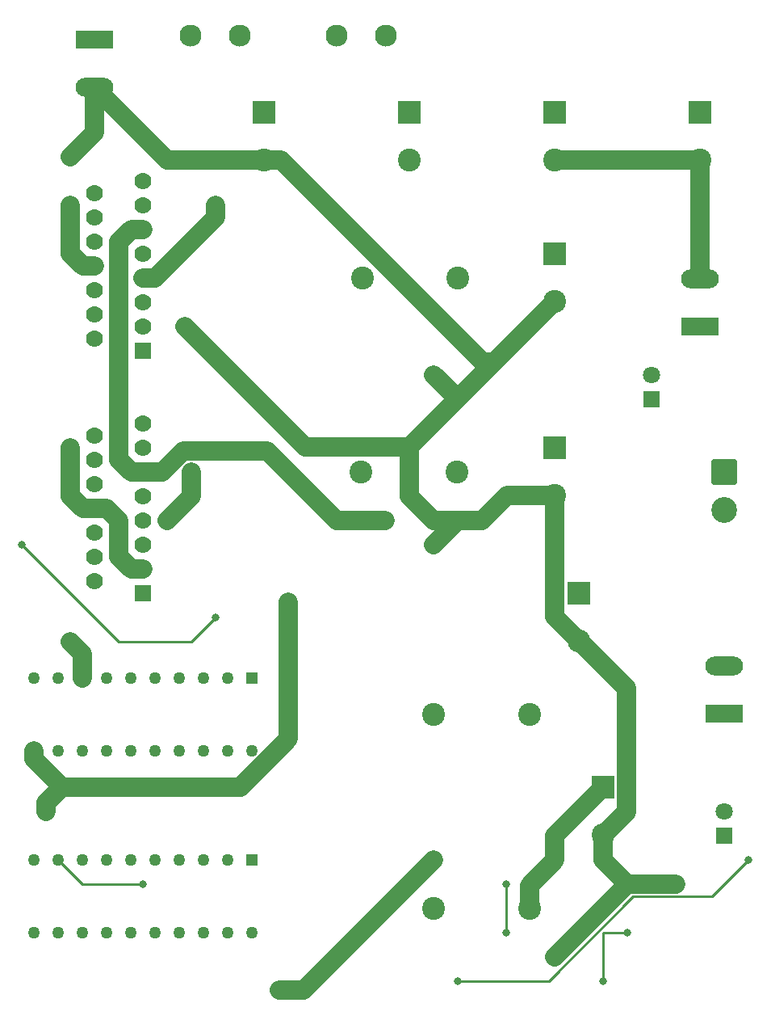
<source format=gbr>
%TF.GenerationSoftware,KiCad,Pcbnew,(6.0.1)*%
%TF.CreationDate,2022-02-19T17:03:56+01:00*%
%TF.ProjectId,PSU,5053552e-6b69-4636-9164-5f7063625858,rev?*%
%TF.SameCoordinates,Original*%
%TF.FileFunction,Copper,L2,Bot*%
%TF.FilePolarity,Positive*%
%FSLAX46Y46*%
G04 Gerber Fmt 4.6, Leading zero omitted, Abs format (unit mm)*
G04 Created by KiCad (PCBNEW (6.0.1)) date 2022-02-19 17:03:56*
%MOMM*%
%LPD*%
G01*
G04 APERTURE LIST*
G04 Aperture macros list*
%AMRoundRect*
0 Rectangle with rounded corners*
0 $1 Rounding radius*
0 $2 $3 $4 $5 $6 $7 $8 $9 X,Y pos of 4 corners*
0 Add a 4 corners polygon primitive as box body*
4,1,4,$2,$3,$4,$5,$6,$7,$8,$9,$2,$3,0*
0 Add four circle primitives for the rounded corners*
1,1,$1+$1,$2,$3*
1,1,$1+$1,$4,$5*
1,1,$1+$1,$6,$7*
1,1,$1+$1,$8,$9*
0 Add four rect primitives between the rounded corners*
20,1,$1+$1,$2,$3,$4,$5,0*
20,1,$1+$1,$4,$5,$6,$7,0*
20,1,$1+$1,$6,$7,$8,$9,0*
20,1,$1+$1,$8,$9,$2,$3,0*%
G04 Aperture macros list end*
%TA.AperFunction,ComponentPad*%
%ADD10C,1.800000*%
%TD*%
%TA.AperFunction,ComponentPad*%
%ADD11R,1.800000X1.800000*%
%TD*%
%TA.AperFunction,ComponentPad*%
%ADD12R,1.778000X1.778000*%
%TD*%
%TA.AperFunction,ComponentPad*%
%ADD13C,1.778000*%
%TD*%
%TA.AperFunction,ComponentPad*%
%ADD14C,2.400000*%
%TD*%
%TA.AperFunction,ComponentPad*%
%ADD15O,3.960000X1.980000*%
%TD*%
%TA.AperFunction,ComponentPad*%
%ADD16R,3.960000X1.980000*%
%TD*%
%TA.AperFunction,ComponentPad*%
%ADD17C,2.300000*%
%TD*%
%TA.AperFunction,ComponentPad*%
%ADD18C,2.700000*%
%TD*%
%TA.AperFunction,ComponentPad*%
%ADD19RoundRect,0.250001X-1.099999X1.099999X-1.099999X-1.099999X1.099999X-1.099999X1.099999X1.099999X0*%
%TD*%
%TA.AperFunction,ComponentPad*%
%ADD20R,1.270000X1.270000*%
%TD*%
%TA.AperFunction,ComponentPad*%
%ADD21C,1.270000*%
%TD*%
%TA.AperFunction,ComponentPad*%
%ADD22R,2.400000X2.400000*%
%TD*%
%TA.AperFunction,ViaPad*%
%ADD23C,0.800000*%
%TD*%
%TA.AperFunction,Conductor*%
%ADD24C,2.000000*%
%TD*%
%TA.AperFunction,Conductor*%
%ADD25C,0.250000*%
%TD*%
G04 APERTURE END LIST*
D10*
%TO.P,D2,2,A*%
%TO.N,+5V*%
X83820000Y-58420000D03*
D11*
%TO.P,D2,1,K*%
%TO.N,Net-(D2-Pad1)*%
X83820000Y-60960000D03*
%TD*%
%TO.P,D1,1,K*%
%TO.N,GND*%
X91440000Y-106680000D03*
D10*
%TO.P,D1,2,A*%
%TO.N,Net-(D1-Pad2)*%
X91440000Y-104140000D03*
%TD*%
D12*
%TO.P,U6,1,R_OSC*%
%TO.N,Net-(R10-Pad2)*%
X30480000Y-81280000D03*
D13*
%TO.P,U6,2,C_OSC*%
%TO.N,Net-(C19-Pad2)*%
X25400000Y-80010000D03*
%TO.P,U6,3,RST*%
%TO.N,GND*%
X30480000Y-78740000D03*
%TO.P,U6,4,RST_OUT*%
%TO.N,unconnected-(U6-Pad4)*%
X25400000Y-77470000D03*
%TO.P,U6,5,RST_DLY*%
%TO.N,unconnected-(U6-Pad5)*%
X30480000Y-76200000D03*
%TO.P,U6,6,BOOT*%
%TO.N,Net-(C20-Pad2)*%
X25400000Y-74930000D03*
%TO.P,U6,7,OUT*%
%TO.N,/5VOUTPREIND*%
X30480000Y-73660000D03*
%TO.P,U6,8,GND*%
%TO.N,GND*%
X25400000Y-72390000D03*
%TO.P,U6,9,VI*%
%TO.N,+24V*%
X30480000Y-71120000D03*
%TO.P,U6,10,FCOMP*%
%TO.N,Net-(C26-Pad1)*%
X25400000Y-69850000D03*
%TO.P,U6,11,FB*%
%TO.N,+5V*%
X30480000Y-68580000D03*
%TO.P,U6,12,SS*%
%TO.N,unconnected-(U6-Pad12)*%
X25400000Y-67310000D03*
%TO.P,U6,13,SYNC*%
%TO.N,Net-(CR2-Pad10)*%
X30480000Y-66040000D03*
%TO.P,U6,14,VREF*%
%TO.N,unconnected-(U6-Pad14)*%
X25400000Y-64770000D03*
%TO.P,U6,15,VSTART*%
%TO.N,unconnected-(U6-Pad15)*%
X30480000Y-63500000D03*
%TD*%
D12*
%TO.P,U3,1,R_OSC*%
%TO.N,Net-(R4-Pad2)*%
X30480000Y-55880000D03*
D13*
%TO.P,U3,2,C_OSC*%
%TO.N,Net-(C6-Pad2)*%
X25400000Y-54610000D03*
%TO.P,U3,3,RST*%
%TO.N,GND*%
X30480000Y-53340000D03*
%TO.P,U3,4,RST_OUT*%
%TO.N,unconnected-(U3-Pad4)*%
X25400000Y-52070000D03*
%TO.P,U3,5,RST_DLY*%
%TO.N,unconnected-(U3-Pad5)*%
X30480000Y-50800000D03*
%TO.P,U3,6,BOOT*%
%TO.N,Net-(C7-Pad2)*%
X25400000Y-49530000D03*
%TO.P,U3,7,OUT*%
%TO.N,/5VOUTPREIND*%
X30480000Y-48260000D03*
%TO.P,U3,8,GND*%
%TO.N,GND*%
X25400000Y-46990000D03*
%TO.P,U3,9,VI*%
%TO.N,+24V*%
X30480000Y-45720000D03*
%TO.P,U3,10,FCOMP*%
%TO.N,Net-(C13-Pad1)*%
X25400000Y-44450000D03*
%TO.P,U3,11,FB*%
%TO.N,+5V*%
X30480000Y-43180000D03*
%TO.P,U3,12,SS*%
%TO.N,unconnected-(U3-Pad12)*%
X25400000Y-41910000D03*
%TO.P,U3,13,SYNC*%
%TO.N,Net-(CR1-Pad10)*%
X30480000Y-40640000D03*
%TO.P,U3,14,VREF*%
%TO.N,unconnected-(U3-Pad14)*%
X25400000Y-39370000D03*
%TO.P,U3,15,VSTART*%
%TO.N,unconnected-(U3-Pad15)*%
X30480000Y-38100000D03*
%TD*%
D14*
%TO.P,L4,2,2*%
%TO.N,+5V*%
X63340000Y-68580000D03*
%TO.P,L4,1,1*%
%TO.N,/5VOUTPREIND*%
X53340000Y-68580000D03*
%TD*%
%TO.P,L3,1,1*%
%TO.N,+12V*%
X70960000Y-114300000D03*
%TO.P,L3,2,2*%
%TO.N,/12VOUTPREIND*%
X60960000Y-114300000D03*
%TD*%
%TO.P,L2,2,2*%
%TO.N,+5V*%
X63500000Y-48260000D03*
%TO.P,L2,1,1*%
%TO.N,/5VOUTPREIND*%
X53500000Y-48260000D03*
%TD*%
%TO.P,L1,2,2*%
%TO.N,/12VOUTPREIND*%
X60960000Y-93980000D03*
%TO.P,L1,1,1*%
%TO.N,+12V*%
X70960000Y-93980000D03*
%TD*%
D15*
%TO.P,J3,2,Pin_2*%
%TO.N,GND*%
X91440000Y-88900000D03*
D16*
%TO.P,J3,1,Pin_1*%
%TO.N,/12VOUTPOSTEMER*%
X91440000Y-93900000D03*
%TD*%
%TO.P,J5,1,Pin_1*%
%TO.N,+5V*%
X88900000Y-53340000D03*
D15*
%TO.P,J5,2,Pin_2*%
%TO.N,GND*%
X88900000Y-48340000D03*
%TD*%
D16*
%TO.P,J1,1,Pin_1*%
%TO.N,/VBAT*%
X25400000Y-23320000D03*
D15*
%TO.P,J1,2,Pin_2*%
%TO.N,GND*%
X25400000Y-28320000D03*
%TD*%
D17*
%TO.P,F1,1*%
%TO.N,/VBAT*%
X40640000Y-22860000D03*
X35440000Y-22860000D03*
%TO.P,F1,2*%
%TO.N,+24V*%
X55940000Y-22860000D03*
X50740000Y-22860000D03*
%TD*%
D18*
%TO.P,EMER_STOP1,2,Pin_2*%
%TO.N,/12VOUTPOSTEMER*%
X91440000Y-72540000D03*
D19*
%TO.P,EMER_STOP1,1,Pin_1*%
%TO.N,+12V*%
X91440000Y-68580000D03*
%TD*%
D20*
%TO.P,CR2,1,BOOTSTRAP*%
%TO.N,Net-(C18-Pad1)*%
X41910000Y-109220000D03*
D21*
%TO.P,CR2,2,RESETDELAY*%
%TO.N,unconnected-(CR2-Pad2)*%
X39370000Y-109220000D03*
%TO.P,CR2,3,RESETOUT*%
%TO.N,unconnected-(CR2-Pad3)*%
X36830000Y-109220000D03*
%TO.P,CR2,4,PFAILINPUT*%
%TO.N,unconnected-(CR2-Pad4)*%
X34290000Y-109220000D03*
%TO.P,CR2,5,GND*%
%TO.N,GND*%
X31750000Y-109220000D03*
%TO.P,CR2,6,GND*%
X29210000Y-109220000D03*
%TO.P,CR2,7,FREQCOMP*%
%TO.N,Net-(C15-Pad1)*%
X26670000Y-109220000D03*
%TO.P,CR2,8,SOFTSTART*%
%TO.N,GND*%
X24130000Y-109220000D03*
%TO.P,CR2,9,FEEDBACKIN*%
%TO.N,Net-(C14-Pad2)*%
X21590000Y-109220000D03*
%TO.P,CR2,10,SYNCINPUT*%
%TO.N,Net-(CR2-Pad10)*%
X19050000Y-109220000D03*
%TO.P,CR2,11,VI*%
%TO.N,+24V*%
X19050000Y-116840000D03*
%TO.P,CR2,12,NC*%
%TO.N,unconnected-(CR2-Pad12)*%
X21590000Y-116840000D03*
%TO.P,CR2,13,VREF*%
%TO.N,unconnected-(CR2-Pad13)*%
X24130000Y-116840000D03*
%TO.P,CR2,14,VSTART*%
%TO.N,unconnected-(CR2-Pad14)*%
X26670000Y-116840000D03*
%TO.P,CR2,15,GND*%
%TO.N,GND*%
X29210000Y-116840000D03*
%TO.P,CR2,16,GND*%
X31750000Y-116840000D03*
%TO.P,CR2,17,ROSC*%
%TO.N,Net-(CR2-Pad17)*%
X34290000Y-116840000D03*
%TO.P,CR2,18,COSC*%
%TO.N,Net-(C25-Pad1)*%
X36830000Y-116840000D03*
%TO.P,CR2,19,NC*%
%TO.N,unconnected-(CR2-Pad19)*%
X39370000Y-116840000D03*
%TO.P,CR2,20,OUTPUT*%
%TO.N,/12VOUTPREIND*%
X41910000Y-116840000D03*
%TD*%
D20*
%TO.P,CR1,1,BOOTSTRAP*%
%TO.N,Net-(C5-Pad1)*%
X41910000Y-90170000D03*
D21*
%TO.P,CR1,2,RESETDELAY*%
%TO.N,unconnected-(CR1-Pad2)*%
X39370000Y-90170000D03*
%TO.P,CR1,3,RESETOUT*%
%TO.N,unconnected-(CR1-Pad3)*%
X36830000Y-90170000D03*
%TO.P,CR1,4,PFAILINPUT*%
%TO.N,unconnected-(CR1-Pad4)*%
X34290000Y-90170000D03*
%TO.P,CR1,5,GND*%
%TO.N,GND*%
X31750000Y-90170000D03*
%TO.P,CR1,6,GND*%
X29210000Y-90170000D03*
%TO.P,CR1,7,FREQCOMP*%
%TO.N,Net-(C2-Pad1)*%
X26670000Y-90170000D03*
%TO.P,CR1,8,SOFTSTART*%
%TO.N,GND*%
X24130000Y-90170000D03*
%TO.P,CR1,9,FEEDBACKIN*%
%TO.N,Net-(C1-Pad2)*%
X21590000Y-90170000D03*
%TO.P,CR1,10,SYNCINPUT*%
%TO.N,Net-(CR1-Pad10)*%
X19050000Y-90170000D03*
%TO.P,CR1,11,VI*%
%TO.N,+24V*%
X19050000Y-97790000D03*
%TO.P,CR1,12,NC*%
%TO.N,unconnected-(CR1-Pad12)*%
X21590000Y-97790000D03*
%TO.P,CR1,13,VREF*%
%TO.N,unconnected-(CR1-Pad13)*%
X24130000Y-97790000D03*
%TO.P,CR1,14,VSTART*%
%TO.N,unconnected-(CR1-Pad14)*%
X26670000Y-97790000D03*
%TO.P,CR1,15,GND*%
%TO.N,GND*%
X29210000Y-97790000D03*
%TO.P,CR1,16,GND*%
X31750000Y-97790000D03*
%TO.P,CR1,17,ROSC*%
%TO.N,Net-(CR1-Pad17)*%
X34290000Y-97790000D03*
%TO.P,CR1,18,COSC*%
%TO.N,Net-(C12-Pad1)*%
X36830000Y-97790000D03*
%TO.P,CR1,19,NC*%
%TO.N,unconnected-(CR1-Pad19)*%
X39370000Y-97790000D03*
%TO.P,CR1,20,OUTPUT*%
%TO.N,/12VOUTPREIND*%
X41910000Y-97790000D03*
%TD*%
D22*
%TO.P,C23,1*%
%TO.N,+24V*%
X88900000Y-30940000D03*
D14*
%TO.P,C23,2*%
%TO.N,GND*%
X88900000Y-35940000D03*
%TD*%
D22*
%TO.P,C22,1*%
%TO.N,+24V*%
X73660000Y-30940000D03*
D14*
%TO.P,C22,2*%
%TO.N,GND*%
X73660000Y-35940000D03*
%TD*%
%TO.P,C21,2*%
%TO.N,GND*%
X73660000Y-71040000D03*
D22*
%TO.P,C21,1*%
%TO.N,+5V*%
X73660000Y-66040000D03*
%TD*%
%TO.P,C16,1*%
%TO.N,+12V*%
X78740000Y-101600000D03*
D14*
%TO.P,C16,2*%
%TO.N,GND*%
X78740000Y-106600000D03*
%TD*%
D22*
%TO.P,C10,1*%
%TO.N,+24V*%
X58420000Y-30940000D03*
D14*
%TO.P,C10,2*%
%TO.N,GND*%
X58420000Y-35940000D03*
%TD*%
D22*
%TO.P,C9,1*%
%TO.N,+24V*%
X43180000Y-30940000D03*
D14*
%TO.P,C9,2*%
%TO.N,GND*%
X43180000Y-35940000D03*
%TD*%
%TO.P,C8,2*%
%TO.N,GND*%
X73660000Y-50720000D03*
D22*
%TO.P,C8,1*%
%TO.N,+5V*%
X73660000Y-45720000D03*
%TD*%
%TO.P,C3,1*%
%TO.N,+12V*%
X76200000Y-81280000D03*
D14*
%TO.P,C3,2*%
%TO.N,GND*%
X76200000Y-86280000D03*
%TD*%
D23*
%TO.N,GND*%
X60960000Y-109220000D03*
X44770000Y-122870000D03*
X22860000Y-86360000D03*
X60960000Y-76200000D03*
%TO.N,Net-(C1-Pad2)*%
X68580000Y-116840000D03*
X68580000Y-111760000D03*
%TO.N,Net-(C15-Pad1)*%
X93980000Y-109220000D03*
%TO.N,Net-(C1-Pad2)*%
X78740000Y-121920000D03*
X81280000Y-116840000D03*
%TO.N,GND*%
X86360000Y-111760000D03*
X73660000Y-119380000D03*
%TO.N,Net-(C15-Pad1)*%
X63500000Y-121920000D03*
%TO.N,Net-(C14-Pad2)*%
X30480000Y-111760000D03*
%TO.N,+24V*%
X20320000Y-104140000D03*
X45720000Y-82260480D03*
%TO.N,GND*%
X22860000Y-66040000D03*
X22860000Y-40640000D03*
%TO.N,+5V*%
X55880000Y-73660000D03*
%TO.N,GND*%
X34869930Y-53340000D03*
X60960000Y-58420000D03*
%TO.N,/5VOUTPREIND*%
X35560000Y-68580000D03*
X33020000Y-73660000D03*
X38100000Y-40640000D03*
%TO.N,GND*%
X22860000Y-35560000D03*
%TO.N,+12V*%
X73660000Y-109220000D03*
%TO.N,Net-(C20-Pad2)*%
X38100000Y-83820000D03*
X17780000Y-76200000D03*
%TD*%
D24*
%TO.N,GND*%
X47310000Y-122870000D02*
X44770000Y-122870000D01*
X60960000Y-109220000D02*
X47310000Y-122870000D01*
X88900000Y-35940000D02*
X73660000Y-35940000D01*
X88900000Y-48340000D02*
X88900000Y-35940000D01*
X81139511Y-91219511D02*
X76200000Y-86280000D01*
X81139511Y-104200489D02*
X81139511Y-91219511D01*
X78740000Y-106600000D02*
X81139511Y-104200489D01*
X24130000Y-87630000D02*
X24130000Y-90170000D01*
X22860000Y-86360000D02*
X24130000Y-87630000D01*
X66047056Y-57110000D02*
X67270000Y-57110000D01*
X43180000Y-35940000D02*
X44877056Y-35940000D01*
X67270000Y-57110000D02*
X73660000Y-50720000D01*
X63460000Y-60920000D02*
X67270000Y-57110000D01*
X44877056Y-35940000D02*
X66047056Y-57110000D01*
X63500000Y-73660000D02*
X60960000Y-73660000D01*
X60960000Y-76200000D02*
X63500000Y-73660000D01*
X66040000Y-73660000D02*
X63500000Y-73660000D01*
D25*
%TO.N,Net-(C1-Pad2)*%
X68580000Y-111760000D02*
X68580000Y-116840000D01*
D24*
%TO.N,GND*%
X78740000Y-109220000D02*
X78740000Y-106600000D01*
X81280000Y-111760000D02*
X78740000Y-109220000D01*
D25*
%TO.N,Net-(C15-Pad1)*%
X81859763Y-113084520D02*
X90115480Y-113084520D01*
X90115480Y-113084520D02*
X93980000Y-109220000D01*
X73024283Y-121920000D02*
X81859763Y-113084520D01*
X63500000Y-121920000D02*
X73024283Y-121920000D01*
%TO.N,Net-(C1-Pad2)*%
X78740000Y-121920000D02*
X78740000Y-116840000D01*
X78740000Y-116840000D02*
X81280000Y-116840000D01*
D24*
%TO.N,GND*%
X81280000Y-111760000D02*
X86360000Y-111760000D01*
X73660000Y-119380000D02*
X81280000Y-111760000D01*
D25*
%TO.N,Net-(C15-Pad1)*%
X63500011Y-121920011D02*
X63500000Y-121920000D01*
%TO.N,Net-(C14-Pad2)*%
X30480000Y-111760000D02*
X24130000Y-111760000D01*
X24130000Y-111760000D02*
X21590000Y-109220000D01*
D24*
%TO.N,+24V*%
X20320000Y-103241975D02*
X21961975Y-101600000D01*
X20320000Y-104140000D02*
X20320000Y-103241975D01*
X19050000Y-98688025D02*
X19050000Y-97790000D01*
X21961975Y-101600000D02*
X19050000Y-98688025D01*
X40694391Y-101600000D02*
X21961975Y-101600000D01*
X45720000Y-96574391D02*
X40694391Y-101600000D01*
X45720000Y-82260480D02*
X45720000Y-96574391D01*
%TO.N,GND*%
X27940000Y-77457235D02*
X29222765Y-78740000D01*
X29222765Y-78740000D02*
X30480000Y-78740000D01*
X27940000Y-73672765D02*
X27940000Y-77457235D01*
X26657235Y-72390000D02*
X27940000Y-73672765D01*
X25400000Y-72390000D02*
X26657235Y-72390000D01*
X22860000Y-71107235D02*
X24142765Y-72390000D01*
X24142765Y-72390000D02*
X25400000Y-72390000D01*
X22860000Y-66040000D02*
X22860000Y-71107235D01*
X22860000Y-45707235D02*
X22860000Y-40640000D01*
X24142765Y-46990000D02*
X22860000Y-45707235D01*
X25400000Y-46990000D02*
X24142765Y-46990000D01*
%TO.N,+5V*%
X43520480Y-66380480D02*
X50800000Y-73660000D01*
X34648929Y-66380480D02*
X43520480Y-66380480D01*
X32449409Y-68580000D02*
X34648929Y-66380480D01*
X50800000Y-73660000D02*
X55880000Y-73660000D01*
X30480000Y-68580000D02*
X32449409Y-68580000D01*
%TO.N,GND*%
X47489930Y-65960000D02*
X58420000Y-65960000D01*
X34869930Y-53340000D02*
X47489930Y-65960000D01*
X60960000Y-58420000D02*
X63460000Y-60920000D01*
X58420000Y-65960000D02*
X63460000Y-60920000D01*
%TO.N,/5VOUTPREIND*%
X35560000Y-71120000D02*
X35560000Y-68580000D01*
X33020000Y-73660000D02*
X35560000Y-71120000D01*
X38100000Y-41897235D02*
X38100000Y-40640000D01*
X31737235Y-48260000D02*
X38100000Y-41897235D01*
X30480000Y-48260000D02*
X31737235Y-48260000D01*
%TO.N,+5V*%
X27940000Y-67297235D02*
X29222765Y-68580000D01*
X27940000Y-44462765D02*
X27940000Y-67297235D01*
X29222765Y-43180000D02*
X27940000Y-44462765D01*
X29222765Y-68580000D02*
X30480000Y-68580000D01*
X30480000Y-43180000D02*
X29222765Y-43180000D01*
%TO.N,GND*%
X58420000Y-71120000D02*
X58420000Y-65960000D01*
X60960000Y-73660000D02*
X58420000Y-71120000D01*
X68660000Y-71040000D02*
X66040000Y-73660000D01*
X73660000Y-71040000D02*
X68660000Y-71040000D01*
X73660000Y-83740000D02*
X73660000Y-71040000D01*
X76200000Y-86280000D02*
X73660000Y-83740000D01*
X33020000Y-35940000D02*
X25400000Y-28320000D01*
X43180000Y-35940000D02*
X33020000Y-35940000D01*
X25400000Y-33020000D02*
X25400000Y-28320000D01*
X22860000Y-35560000D02*
X25400000Y-33020000D01*
%TO.N,+12V*%
X73660000Y-106680000D02*
X78740000Y-101600000D01*
X73660000Y-109220000D02*
X73660000Y-106680000D01*
X70960000Y-111920000D02*
X73660000Y-109220000D01*
X70960000Y-114300000D02*
X70960000Y-111920000D01*
D25*
%TO.N,Net-(C20-Pad2)*%
X35560000Y-86360000D02*
X38100000Y-83820000D01*
X27940000Y-86360000D02*
X35560000Y-86360000D01*
X17780000Y-76200000D02*
X27940000Y-86360000D01*
%TD*%
M02*

</source>
